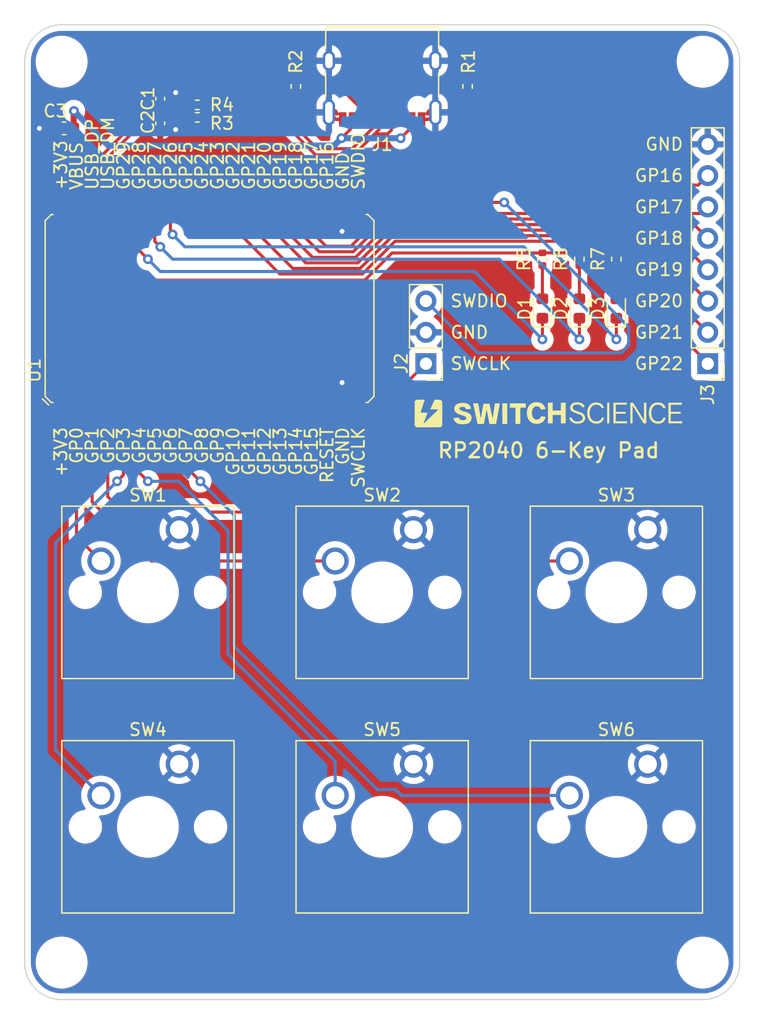
<source format=kicad_pcb>
(kicad_pcb (version 20211014) (generator pcbnew)
  (title_block (title "RP2040 6-Key Pad") (company "SwitchScience"))
  (layers (0 "F.Cu" signal) (31 "B.Cu" signal) (34 "B.Paste" user) (35 "F.Paste" user) (36 "B.SilkS" user "B.Silkscreen") (37 "F.SilkS" user "F.Silkscreen") (38 "B.Mask" user) (39 "F.Mask" user) (44 "Edge.Cuts" user))
  (net 0 "")
  (net 1 "USB_DP")
  (net 2 "GND")
  (net 3 "USB_DM")
  (net 4 "VBUS")
  (net 5 "Net-(J1-PadA5)")
  (net 7 "Net-(J1-PadB5)")
  (net 9 "Net-(D1-Pad1)")
  (net 10 "Net-(D2-Pad1)")
  (net 11 "Net-(D3-Pad1)")
  (net 12 "Net-(J1-PadA6)")
  (net 13 "Net-(J1-PadA7)")
  (net 14 "Net-(J3-Pad1)")
  (net 28 "Net-(J3-Pad2)")
  (net 29 "Net-(J3-Pad3)")
  (net 30 "Net-(D1-Pad2)")
  (net 31 "Net-(J3-Pad4)")
  (net 32 "Net-(D2-Pad2)")
  (net 33 "Net-(D3-Pad2)")
  (net 35 "SWCLK")
  (net 36 "SWDIO")
  (net 37 "Net-(J3-Pad5)")
  (net 38 "Net-(J3-Pad6)")
  (net 39 "Net-(J3-Pad7)")
  (net 40 "Net-(R5-Pad1)")
  (net 41 "Net-(SW1-Pad2)")
  (net 42 "Net-(SW2-Pad2)")
  (net 43 "Net-(SW3-Pad2)")
  (net 44 "Net-(SW4-Pad2)")
  (net 45 "Net-(SW5-Pad2)")
  (net 46 "Net-(SW6-Pad2)")
  (footprint "MountingHole:MountingHole_3.2mm_M3" (layer "F.Cu") (at 105 126)
    (fp_text reference "H4" hide)
    (fp_text value "MountingHole" hide)
    (pad "" np_thru_hole circle (at 0 0) (size 3.2 3.2) (drill 3.2) (layers *.Cu *.Mask))
  )
  (footprint "Button_Switch_Keyboard:SW_Cherry_MX_1.00u_PCB" (layer "F.Cu") (at 100.54 90.92)
    (fp_text reference "SW3" (at -2.54 -2.794) (layer "F.SilkS"))
    (fp_text value "SW_Push")
    (pad "" np_thru_hole circle (at -2.54 5.08) (size 4 4) (drill 4) (layers *.Cu *.Mask))
    (pad "" np_thru_hole circle (at -7.62 5.08) (size 1.7 1.7) (drill 1.7) (layers *.Cu *.Mask))
    (pad "" np_thru_hole circle (at 2.54 5.08) (size 1.7 1.7) (drill 1.7) (layers *.Cu *.Mask))
    (pad "1" thru_hole circle (at 0 0) (size 2.2 2.2) (drill 1.5) (layers *.Cu *.Mask) (net 2 "GND"))
    (pad "2" thru_hole circle (at -6.35 2.54) (size 2.2 2.2) (drill 1.5) (layers *.Cu *.Mask) (net 43 "Net-(SW3-Pad2)"))
  )
  (footprint "Resistor_SMD:R_0402_1005Metric" (layer "F.Cu") (at 95 69 -90)
    (fp_text reference "R6" (at 0 1.5 -90) (layer "F.SilkS"))
    (fp_text value "1k")
    (pad "1" smd roundrect (at -0.51 0 270) (size 0.54 0.64) (layers "F.Cu" "F.Paste" "F.Mask") (net 40 "Net-(R5-Pad1)"))
    (pad "2" smd roundrect (at 0.51 0 270) (size 0.54 0.64) (layers "F.Cu" "F.Paste" "F.Mask") (net 32 "Net-(D2-Pad2)"))
  )
  (footprint "Button_Switch_Keyboard:SW_Cherry_MX_1.00u_PCB" (layer "F.Cu") (at 81.54 90.92)
    (fp_text reference "SW2" (at -2.54 -2.794) (layer "F.SilkS"))
    (fp_text value "SW_Push")
    (pad "" np_thru_hole circle (at 2.54 5.08) (size 1.7 1.7) (drill 1.7) (layers *.Cu *.Mask))
    (pad "" np_thru_hole circle (at -2.54 5.08) (size 4 4) (drill 4) (layers *.Cu *.Mask))
    (pad "" np_thru_hole circle (at -7.62 5.08) (size 1.7 1.7) (drill 1.7) (layers *.Cu *.Mask))
    (pad "1" thru_hole circle (at 0 0) (size 2.2 2.2) (drill 1.5) (layers *.Cu *.Mask) (net 2 "GND"))
    (pad "2" thru_hole circle (at -6.35 2.54) (size 2.2 2.2) (drill 1.5) (layers *.Cu *.Mask) (net 42 "Net-(SW2-Pad2)"))
  )
  (footprint "MountingHole:MountingHole_3.2mm_M3" (layer "F.Cu") (at 105 53)
    (fp_text reference "H3" hide)
    (fp_text value "MountingHole" hide)
    (pad "" np_thru_hole circle (at 0 0) (size 3.2 3.2) (drill 3.2) (layers *.Cu *.Mask))
  )
  (footprint "Capacitor_SMD:C_0402_1005Metric" (layer "F.Cu") (at 61 56 90)
    (fp_text reference "C1" (at 0 -1 90) (layer "F.SilkS"))
    (fp_text value "18p")
    (pad "1" smd roundrect (at -0.48 0 90) (size 0.56 0.62) (layers "F.Cu" "F.Paste" "F.Mask") (net 1 "USB_DP"))
    (pad "2" smd roundrect (at 0.48 0 90) (size 0.56 0.62) (layers "F.Cu" "F.Paste" "F.Mask") (net 2 "GND"))
  )
  (footprint "Capacitor_SMD:C_0402_1005Metric" (layer "F.Cu") (at 61 58 -90)
    (fp_text reference "C2" (at -0.107836 1 -90) (layer "F.SilkS"))
    (fp_text value "18p")
    (pad "1" smd roundrect (at -0.48 0 270) (size 0.56 0.62) (layers "F.Cu" "F.Paste" "F.Mask") (net 3 "USB_DM"))
    (pad "2" smd roundrect (at 0.48 0 270) (size 0.56 0.62) (layers "F.Cu" "F.Paste" "F.Mask") (net 2 "GND"))
  )
  (footprint "Resistor_SMD:R_0402_1005Metric" (layer "F.Cu") (at 92 69 -90)
    (fp_text reference "R5" (at 0 1.5 -90) (layer "F.SilkS"))
    (fp_text value "1k")
    (pad "1" smd roundrect (at -0.51 0 270) (size 0.54 0.64) (layers "F.Cu" "F.Paste" "F.Mask") (net 40 "Net-(R5-Pad1)"))
    (pad "2" smd roundrect (at 0.51 0 270) (size 0.54 0.64) (layers "F.Cu" "F.Paste" "F.Mask") (net 30 "Net-(D1-Pad2)"))
  )
  (footprint "Connector_PinHeader_2.54mm:PinHeader_1x03_P2.54mm_Vertical" (layer "F.Cu") (at 82.55 77.47 180)
    (fp_text reference "J2" (at 2 0.025 90) (layer "F.SilkS"))
    (fp_text value "DNP")
    (pad "1" thru_hole rect (at 0 0 180) (size 1.7 1.7) (drill 1) (layers *.Cu *.Mask) (net 35 "SWCLK"))
    (pad "2" thru_hole oval (at 0 2.54 180) (size 1.7 1.7) (drill 1) (layers *.Cu *.Mask) (net 2 "GND"))
    (pad "3" thru_hole oval (at 0 5.08 180) (size 1.7 1.7) (drill 1) (layers *.Cu *.Mask) (net 36 "SWDIO"))
  )
  (footprint "LED_SMD:LED_0603_1608Metric" (layer "F.Cu") (at 98 73 90)
    (fp_text reference "D3" (at 0 -1.5 90) (layer "F.SilkS"))
    (fp_text value "G")
    (pad "1" smd roundrect (at -0.7875 0 90) (size 0.875 0.95) (layers "F.Cu" "F.Paste" "F.Mask") (net 11 "Net-(D3-Pad1)"))
    (pad "2" smd roundrect (at 0.7875 0 90) (size 0.875 0.95) (layers "F.Cu" "F.Paste" "F.Mask") (net 33 "Net-(D3-Pad2)"))
  )
  (footprint "Button_Switch_Keyboard:SW_Cherry_MX_1.00u_PCB" (layer "F.Cu") (at 81.54 109.92)
    (fp_text reference "SW5" (at -2.54 -2.794) (layer "F.SilkS"))
    (fp_text value "SW_Push")
    (pad "" np_thru_hole circle (at 2.54 5.08) (size 1.7 1.7) (drill 1.7) (layers *.Cu *.Mask))
    (pad "" np_thru_hole circle (at -2.54 5.08) (size 4 4) (drill 4) (layers *.Cu *.Mask))
    (pad "" np_thru_hole circle (at -7.62 5.08) (size 1.7 1.7) (drill 1.7) (layers *.Cu *.Mask))
    (pad "1" thru_hole circle (at 0 0) (size 2.2 2.2) (drill 1.5) (layers *.Cu *.Mask) (net 2 "GND"))
    (pad "2" thru_hole circle (at -6.35 2.54) (size 2.2 2.2) (drill 1.5) (layers *.Cu *.Mask) (net 45 "Net-(SW5-Pad2)"))
  )
  (footprint "Connector_PinHeader_2.54mm:PinHeader_1x08_P2.54mm_Vertical" (layer "F.Cu") (at 105.41 77.47 180)
    (fp_text reference "J3" (at 0 -2.5 90) (layer "F.SilkS"))
    (fp_text value "DNP")
    (pad "1" thru_hole rect (at 0 0 180) (size 1.7 1.7) (drill 1) (layers *.Cu *.Mask) (net 14 "Net-(J3-Pad1)"))
    (pad "2" thru_hole oval (at 0 2.54 180) (size 1.7 1.7) (drill 1) (layers *.Cu *.Mask) (net 28 "Net-(J3-Pad2)"))
    (pad "3" thru_hole oval (at 0 5.08 180) (size 1.7 1.7) (drill 1) (layers *.Cu *.Mask) (net 29 "Net-(J3-Pad3)"))
    (pad "4" thru_hole oval (at 0 7.62 180) (size 1.7 1.7) (drill 1) (layers *.Cu *.Mask) (net 31 "Net-(J3-Pad4)"))
    (pad "5" thru_hole oval (at 0 10.16 180) (size 1.7 1.7) (drill 1) (layers *.Cu *.Mask) (net 37 "Net-(J3-Pad5)"))
    (pad "6" thru_hole oval (at 0 12.7 180) (size 1.7 1.7) (drill 1) (layers *.Cu *.Mask) (net 38 "Net-(J3-Pad6)"))
    (pad "7" thru_hole oval (at 0 15.24 180) (size 1.7 1.7) (drill 1) (layers *.Cu *.Mask) (net 39 "Net-(J3-Pad7)"))
    (pad "8" thru_hole oval (at 0 17.78 180) (size 1.7 1.7) (drill 1) (layers *.Cu *.Mask) (net 2 "GND"))
  )
  (footprint "Connector_USB:USB_C_Receptacle_XKB_U262-16XN-4BVC11" (layer "F.Cu") (at 79 54 180)
    (fp_text reference "J1" (at 0 -5.715 180) (layer "F.SilkS"))
    (fp_text value "USB_C_Receptacle_USB2.0")
    (pad "" np_thru_hole circle (at -2.89 -2.605 180) (size 0.65 0.65) (drill 0.65) (layers *.Cu *.Mask))
    (pad "" np_thru_hole circle (at 2.89 -2.605 180) (size 0.65 0.65) (drill 0.65) (layers *.Cu *.Mask))
    (pad "A1" smd rect (at -3.35 -3.67 180) (size 0.3 1.15) (layers "F.Cu" "F.Paste" "F.Mask") (net 2 "GND"))
    (pad "A4" smd rect (at -2.55 -3.67 180) (size 0.3 1.15) (layers "F.Cu" "F.Paste" "F.Mask") (net 4 "VBUS"))
    (pad "A5" smd rect (at -1.25 -3.67 180) (size 0.3 1.15) (layers "F.Cu" "F.Paste" "F.Mask") (net 5 "Net-(J1-PadA5)"))
    (pad "A6" smd rect (at -0.25 -3.67 180) (size 0.3 1.15) (layers "F.Cu" "F.Paste" "F.Mask") (net 12 "Net-(J1-PadA6)"))
    (pad "A7" smd rect (at 0.25 -3.67 180) (size 0.3 1.15) (layers "F.Cu" "F.Paste" "F.Mask") (net 13 "Net-(J1-PadA7)"))
    (pad "A8" smd rect (at 1.25 -3.67 180) (size 0.3 1.15) (layers "F.Cu" "F.Paste" "F.Mask"))
    (pad "A9" smd rect (at 2.55 -3.67 180) (size 0.3 1.15) (layers "F.Cu" "F.Paste" "F.Mask") (net 4 "VBUS"))
    (pad "A12" smd rect (at 3.35 -3.67 180) (size 0.3 1.15) (layers "F.Cu" "F.Paste" "F.Mask") (net 2 "GND"))
    (pad "B1" smd rect (at 3.05 -3.67 180) (size 0.3 1.15) (layers "F.Cu" "F.Paste" "F.Mask") (net 2 "GND"))
    (pad "B4" smd rect (at 2.25 -3.67 180) (size 0.3 1.15) (layers "F.Cu" "F.Paste" "F.Mask") (net 4 "VBUS"))
    (pad "B5" smd rect (at 1.75 -3.67 180) (size 0.3 1.15) (layers "F.Cu" "F.Paste" "F.Mask") (net 7 "Net-(J1-PadB5)"))
    (pad "B6" smd rect (at 0.75 -3.67 180) (size 0.3 1.15) (layers "F.Cu" "F.Paste" "F.Mask") (net 12 "Net-(J1-PadA6)"))
    (pad "B7" smd rect (at -0.75 -3.67 180) (size 0.3 1.15) (layers "F.Cu" "F.Paste" "F.Mask") (net 13 "Net-(J1-PadA7)"))
    (pad "B8" smd rect (at -1.75 -3.67 180) (size 0.3 1.15) (layers "F.Cu" "F.Paste" "F.Mask"))
    (pad "B9" smd rect (at -2.25 -3.67 180) (size 0.3 1.15) (layers "F.Cu" "F.Paste" "F.Mask") (net 4 "VBUS"))
    (pad "B12" smd rect (at -3.05 -3.67 180) (size 0.3 1.15) (layers "F.Cu" "F.Paste" "F.Mask") (net 2 "GND"))
    (pad "S1" thru_hole oval (at 4.32 1.075 180) (size 1 1.6) (drill oval 0.6 1.2) (layers *.Cu *.Mask) (net 2 "GND"))
    (pad "S1" thru_hole oval (at 4.32 -3.105 180) (size 1 2.1) (drill oval 0.6 1.7) (layers *.Cu *.Mask) (net 2 "GND"))
    (pad "S1" thru_hole oval (at -4.32 1.075 180) (size 1 1.6) (drill oval 0.6 1.2) (layers *.Cu *.Mask) (net 2 "GND"))
    (pad "S1" thru_hole oval (at -4.32 -3.105 180) (size 1 2.1) (drill oval 0.6 1.7) (layers *.Cu *.Mask) (net 2 "GND"))
  )
  (footprint "Resistor_SMD:R_0402_1005Metric" (layer "F.Cu") (at 72 55 -90)
    (fp_text reference "R2" (at -2 0 90) (layer "F.SilkS"))
    (fp_text value "5.1k")
    (pad "1" smd roundrect (at -0.51 0 270) (size 0.54 0.64) (layers "F.Cu" "F.Paste" "F.Mask") (net 2 "GND"))
    (pad "2" smd roundrect (at 0.51 0 270) (size 0.54 0.64) (layers "F.Cu" "F.Paste" "F.Mask") (net 7 "Net-(J1-PadB5)"))
  )
  (footprint "MountingHole:MountingHole_3.2mm_M3" (layer "F.Cu") (at 53 53)
    (fp_text reference "H1" hide)
    (fp_text value "MountingHole" hide)
    (pad "" np_thru_hole circle (at 0 0) (size 3.2 3.2) (drill 3.2) (layers *.Cu *.Mask))
  )
  (footprint "Resistor_SMD:R_0402_1005Metric" (layer "F.Cu") (at 98 69 -90)
    (fp_text reference "R7" (at 0 1.5 -90) (layer "F.SilkS"))
    (fp_text value "1k")
    (pad "1" smd roundrect (at -0.51 0 270) (size 0.54 0.64) (layers "F.Cu" "F.Paste" "F.Mask") (net 40 "Net-(R5-Pad1)"))
    (pad "2" smd roundrect (at 0.51 0 270) (size 0.54 0.64) (layers "F.Cu" "F.Paste" "F.Mask") (net 33 "Net-(D3-Pad2)"))
  )
  (footprint "LED_SMD:LED_0603_1608Metric" (layer "F.Cu") (at 95 73 90)
    (fp_text reference "D2" (at 0 -1.5 90) (layer "F.SilkS"))
    (fp_text value "G")
    (pad "1" smd roundrect (at -0.7875 0 90) (size 0.875 0.95) (layers "F.Cu" "F.Paste" "F.Mask") (net 10 "Net-(D2-Pad1)"))
    (pad "2" smd roundrect (at 0.7875 0 90) (size 0.875 0.95) (layers "F.Cu" "F.Paste" "F.Mask") (net 32 "Net-(D2-Pad2)"))
  )
  (footprint "Button_Switch_Keyboard:SW_Cherry_MX_1.00u_PCB" (layer "F.Cu") (at 100.54 109.92)
    (fp_text reference "SW6" (at -2.54 -2.794) (layer "F.SilkS"))
    (fp_text value "SW_Push")
    (pad "" np_thru_hole circle (at -2.54 5.08) (size 4 4) (drill 4) (layers *.Cu *.Mask))
    (pad "" np_thru_hole circle (at 2.54 5.08) (size 1.7 1.7) (drill 1.7) (layers *.Cu *.Mask))
    (pad "" np_thru_hole circle (at -7.62 5.08) (size 1.7 1.7) (drill 1.7) (layers *.Cu *.Mask))
    (pad "1" thru_hole circle (at 0 0) (size 2.2 2.2) (drill 1.5) (layers *.Cu *.Mask) (net 2 "GND"))
    (pad "2" thru_hole circle (at -6.35 2.54) (size 2.2 2.2) (drill 1.5) (layers *.Cu *.Mask) (net 46 "Net-(SW6-Pad2)"))
  )
  (footprint "Resistor_SMD:R_0402_1005Metric" (layer "F.Cu") (at 85.93 55 -90)
    (fp_text reference "R1" (at -2 -0.07 90) (layer "F.SilkS"))
    (fp_text value "5.1k")
    (pad "1" smd roundrect (at -0.51 0 270) (size 0.54 0.64) (layers "F.Cu" "F.Paste" "F.Mask") (net 2 "GND"))
    (pad "2" smd roundrect (at 0.51 0 270) (size 0.54 0.64) (layers "F.Cu" "F.Paste" "F.Mask") (net 5 "Net-(J1-PadA5)"))
  )
  (footprint "Resistor_SMD:R_0402_1005Metric" (layer "F.Cu") (at 64 57.51)
    (fp_text reference "R3" (at 2 0.49) (layer "F.SilkS"))
    (fp_text value "33")
    (pad "1" smd roundrect (at -0.51 0) (size 0.54 0.64) (layers "F.Cu" "F.Paste" "F.Mask") (net 3 "USB_DM"))
    (pad "2" smd roundrect (at 0.51 0) (size 0.54 0.64) (layers "F.Cu" "F.Paste" "F.Mask") (net 13 "Net-(J1-PadA7)"))
  )
  (footprint "LED_SMD:LED_0603_1608Metric" (layer "F.Cu") (at 92 73 90)
    (fp_text reference "D1" (at 0 -1.43 90) (layer "F.SilkS"))
    (fp_text value "G")
    (pad "1" smd roundrect (at -0.7875 0 90) (size 0.875 0.95) (layers "F.Cu" "F.Paste" "F.Mask") (net 9 "Net-(D1-Pad1)"))
    (pad "2" smd roundrect (at 0.7875 0 90) (size 0.875 0.95) (layers "F.Cu" "F.Paste" "F.Mask") (net 30 "Net-(D1-Pad2)"))
  )
  (footprint "SwitchScience:RP2040_Breakout" (layer "F.Cu") (at 65 73 90)
    (fp_text reference "U1" (at -5 -14.224 90 unlocked) (layer "F.SilkS"))
    (fp_text value "RP2040_breakout")
    (fp_text user "GP13" (at -9.525 5.715 90) (layer "F.SilkS") (effects (justify right)))
    (fp_text user "GP10" (at -9.525 1.905 90) (layer "F.SilkS") (effects (justify right)))
    (fp_text user "GP23" (at 9.525 0.635 90) (layer "F.SilkS") (effects (justify left)))
    (fp_text user "GP18" (at 9.525 6.985 90) (layer "F.SilkS") (effects (justify left)))
    (fp_text user "GP6" (at -9.525 -3.175 90) (layer "F.SilkS") (effects (justify right)))
    (fp_text user "GP25" (at 9.525 -1.905 90) (layer "F.SilkS") (effects (justify left)))
    (fp_text user "GP0" (at -9.525 -10.795 90) (layer "F.SilkS") (effects (justify right)))
    (fp_text user "GP3" (at -9.525 -6.985 90) (layer "F.SilkS") (effects (justify right)))
    (fp_text user "GP15" (at -9.525 8.255 90) (layer "F.SilkS") (effects (justify right)))
    (fp_text user "USB_DM" (at 9.525 -8.255 90) (layer "F.SilkS") (effects (justify left)))
    (fp_text user "GP9" (at -9.525 0.635 90) (layer "F.SilkS") (effects (justify right)))
    (fp_text user "SWDIO" (at 9.525 12.065 90) (layer "F.SilkS") (effects (justify left)))
    (fp_text user "GP1" (at -9.525 -9.525 90) (layer "F.SilkS") (effects (justify right)))
    (fp_text user "GP29" (at 9.525 -6.985 90) (layer "F.SilkS") (effects (justify left)))
    (fp_text user "GP24" (at 9.525 -0.635 90) (layer "F.SilkS") (effects (justify left)))
    (fp_text user "GP26" (at 9.525 -3.175 90) (layer "F.SilkS") (effects (justify left)))
    (fp_text user "GP28" (at 9.525 -5.715 90) (layer "F.SilkS") (effects (justify left)))
    (fp_text user "GP8" (at -9.525 -0.635 90) (layer "F.SilkS") (effects (justify right)))
    (fp_text user "GP11" (at -9.525 3.175 90) (layer "F.SilkS") (effects (justify right)))
    (fp_text user "GP2" (at -9.525 -8.255 90) (layer "F.SilkS") (effects (justify right)))
    (fp_text user "GP12" (at -9.525 4.445 90) (layer "F.SilkS") (effects (justify right)))
    (fp_text user "GP16" (at 9.5 9.525 90) (layer "F.SilkS") (effects (justify left)))
    (fp_text user "GND" (at 9.525 10.795 90) (layer "F.SilkS") (effects (justify left)))
    (fp_text user "GP21" (at 9.525 3.175 90) (layer "F.SilkS") (effects (justify left)))
    (fp_text user "GP5" (at -9.525 -4.445 90) (layer "F.SilkS") (effects (justify right)))
    (fp_text user "VBUS" (at 9.525 -10.795 90) (layer "F.SilkS") (effects (justify left)))
    (fp_text user "+3V3" (at -9.525 -12.065 90) (layer "F.SilkS") (effects (justify right)))
    (fp_text user "GP20" (at 9.525 4.445 90) (layer "F.SilkS") (effects (justify left)))
    (fp_text user "GP7" (at -9.525 -1.905 90) (layer "F.SilkS") (effects (justify right)))
    (fp_text user "SWCLK" (at -9.525 12.065 90) (layer "F.SilkS") (effects (justify right)))
    (fp_text user "GP14" (at -9.525 6.985 90) (layer "F.SilkS") (effects (justify right)))
    (fp_text user "USB_DP" (at 9.525 -9.525 90) (layer "F.SilkS") (effects (justify left)))
    (fp_text user "RESET" (at -9.525 9.525 90) (layer "F.SilkS") (effects (justify right)))
    (fp_text user "GP19" (at 9.525 5.715 90) (layer "F.SilkS") (effects (justify left)))
    (fp_text user "GP4" (at -9.525 -5.715 90) (layer "F.SilkS") (effects (justify right)))
    (fp_text user "GND" (at -9.525 10.795 90) (layer "F.SilkS") (effects (justify right)))
    (fp_text user "GP27" (at 9.525 -4.445 90) (layer "F.SilkS") (effects (justify left)))
    (fp_text user "GP22" (at 9.525 1.905 90) (layer "F.SilkS") (effects (justify left)))
    (fp_text user "GP17" (at 9.525 8.255 90) (layer "F.SilkS") (effects (justify left)))
    (fp_text user "+3V3" (at 9.525 -12.065 90) (layer "F.SilkS") (effects (justify left)))
    (pad "1" smd roundrect (at -8.128 -12.065 90) (size 2.1 1.02) (layers "F.Cu" "F.Paste" "F.Mask") (net 40 "Net-(R5-Pad1)"))
    (pad "2" smd roundrect (at -8.128 -10.795 90) (size 2.1 1.02) (layers "F.Cu" "F.Paste" "F.Mask") (net 41 "Net-(SW1-Pad2)"))
    (pad "3" smd roundrect (at -8.128 -9.525 90) (size 2.1 1.02) (layers "F.Cu" "F.Paste" "F.Mask") (net 42 "Net-(SW2-Pad2)"))
    (pad "4" smd roundrect (at -8.128 -8.255 90) (size 2.1 1.02) (layers "F.Cu" "F.Paste" "F.Mask") (net 43 "Net-(SW3-Pad2)"))
    (pad "5" smd roundrect (at -8.128 -6.985 90) (size 2.1 1.02) (layers "F.Cu" "F.Paste" "F.Mask") (net 44 "Net-(SW4-Pad2)"))
    (pad "6" smd roundrect (at -8.128 -5.715 90) (size 2.1 1.02) (layers "F.Cu" "F.Paste" "F.Mask") (net 45 "Net-(SW5-Pad2)"))
    (pad "7" smd roundrect (at -8.128 -4.445 90) (size 2.1 1.02) (layers "F.Cu" "F.Paste" "F.Mask") (net 46 "Net-(SW6-Pad2)"))
    (pad "8" smd roundrect (at -8.128 -3.175 90) (size 2.1 1.02) (layers "F.Cu" "F.Paste" "F.Mask"))
    (pad "9" smd roundrect (at -8.128 -1.905 90) (size 2.1 1.02) (layers "F.Cu" "F.Paste" "F.Mask"))
    (pad "10" smd roundrect (at -8.128 -0.635 90) (size 2.1 1.02) (layers "F.Cu" "F.Paste" "F.Mask"))
    (pad "11" smd roundrect (at -8.128 0.635 90) (size 2.1 1.02) (layers "F.Cu" "F.Paste" "F.Mask"))
    (pad "12" smd roundrect (at -8.128 1.905 90) (size 2.1 1.02) (layers "F.Cu" "F.Paste" "F.Mask"))
    (pad "13" smd roundrect (at -8.128 3.175 90) (size 2.1 1.02) (layers "F.Cu" "F.Paste" "F.Mask"))
    (pad "14" smd roundrect (at -8.128 4.445 90) (size 2.1 1.02) (layers "F.Cu" "F.Paste" "F.Mask"))
    (pad "15" smd roundrect (at -8.128 5.715 90) (size 2.1 1.02) (layers "F.Cu" "F.Paste" "F.Mask"))
    (pad "16" smd roundrect (at -8.128 6.985 90) (size 2.1 1.02) (layers "F.Cu" "F.Paste" "F.Mask"))
    (pad "17" smd roundrect (at -8.128 8.255 90) (size 2.1 1.02) (layers "F.Cu" "F.Paste" "F.Mask"))
    (pad "18" smd roundrect (at -8.128 9.525 90) (size 2.1 1.02) (layers "F.Cu" "F.Paste" "F.Mask"))
    (pad "19" smd roundrect (at -8.128 10.795 90) (size 2.1 1.02) (layers "F.Cu" "F.Paste" "F.Mask") (net 2 "GND"))
    (pad "20" smd roundrect (at -8.128 12.065 90) (size 2.1 1.02) (layers "F.Cu" "F.Paste" "F.Mask") (net 35 "SWCLK"))
    (pad "21" smd roundrect (at 8.128 12.065 90) (size 2.1 1.02) (layers "F.Cu" "F.Paste" "F.Mask") (net 36 "SWDIO"))
    (pad "22" smd roundrect (at 8.128 10.795 90) (size 2.1 1.02) (layers "F.Cu" "F.Paste" "F.Mask") (net 2 "GND"))
    (pad "23" smd roundrect (at 8.128 9.525 90) (size 2.1 1.02) (layers "F.Cu" "F.Paste" "F.Mask") (net 39 "Net-(J3-Pad7)"))
    (pad "24" smd roundrect (at 8.128 8.255 90) (size 2.1 1.02) (layers "F.Cu" "F.Paste" "F.Mask") (net 38 "Net-(J3-Pad6)"))
    (pad "25" smd roundrect (at 8.128 6.985 90) (size 2.1 1.02) (layers "F.Cu" "F.Paste" "F.Mask") (net 37 "Net-(J3-Pad5)"))
    (pad "26" smd roundrect (at 8.128 5.715 90) (size 2.1 1.02) (layers "F.Cu" "F.Paste" "F.Mask") (net 31 "Net-(J3-Pad4)"))
    (pad "27" smd roundrect (at 8.128 4.445 90) (size 2.1 1.02) (layers "F.Cu" "F.Paste" "F.Mask") (net 29 "Net-(J3-Pad3)"))
    (pad "28" smd roundrect (at 8.128 3.175 90) (size 2.1 1.02) (layers "F.Cu" "F.Paste" "F.Mask") (net 28 "Net-(J3-Pad2)"))
    (pad "29" smd roundrect (at 8.128 1.905 90) (size 2.1 1.02) (layers "F.Cu" "F.Paste" "F.Mask") (net 14 "Net-(J3-Pad1)"))
    (pad "30" smd roundrect (at 8.128 0.635 90) (size 2.1 1.02) (layers "F.Cu" "F.Paste" "F.Mask"))
    (pad "31" smd roundrect (at 8.128 -0.635 90) (size 2.1 1.02) (layers "F.Cu" "F.Paste" "F.Mask"))
    (pad "32" smd roundrect (at 8.128 -1.905 90) (size 2.1 1.02) (layers "F.Cu" "F.Paste" "F.Mask"))
    (pad "33" smd roundrect (at 8.128 -3.175 90) (size 2.1 1.02) (layers "F.Cu" "F.Paste" "F.Mask") (net 11 "Net-(D3-Pad1)"))
    (pad "34" smd roundrect (at 8.128 -4.445 90) (size 2.1 1.02) (layers "F.Cu" "F.Paste" "F.Mask") (net 10 "Net-(D2-Pad1)"))
    (pad "35" smd roundrect (at 8.128 -5.715 90) (size 2.1 1.02) (layers "F.Cu" "F.Paste" "F.Mask") (net 9 "Net-(D1-Pad1)"))
    (pad "36" smd roundrect (at 8.128 -6.985 90) (size 2.1 1.02) (layers "F.Cu" "F.Paste" "F.Mask"))
    (pad "37" smd roundrect (at 8.128 -8.255 90) (size 2.1 1.02) (layers "F.Cu" "F.Paste" "F.Mask") (net 3 "USB_DM"))
    (pad "38" smd roundrect (at 8.128 -9.525 90) (size 2.1 1.02) (layers "F.Cu" "F.Paste" "F.Mask") (net 1 "USB_DP"))
    (pad "39" smd roundrect (at 8.128 -10.795 90) (size 2.1 1.02) (layers "F.Cu" "F.Paste" "F.Mask") (net 4 "VBUS"))
    (pad "40" smd roundrect (at 8.128 -12.065 90) (size 2.1 1.02) (layers "F.Cu" "F.Paste" "F.Mask") (net 40 "Net-(R5-Pad1)"))
  )
  (footprint "Button_Switch_Keyboard:SW_Cherry_MX_1.00u_PCB" (layer "F.Cu") (at 62.54 109.92)
    (fp_text reference "SW4" (at -2.54 -2.794) (layer "F.SilkS"))
    (fp_text value "SW_Push")
    (pad "" np_thru_hole circle (at -2.54 5.08) (size 4 4) (drill 4) (layers *.Cu *.Mask))
    (pad "" np_thru_hole circle (at -7.62 5.08) (size 1.7 1.7) (drill 1.7) (layers *.Cu *.Mask))
    (pad "" np_thru_hole circle (at 2.54 5.08) (size 1.7 1.7) (drill 1.7) (layers *.Cu *.Mask))
    (pad "1" thru_hole circle (at 0 0) (size 2.2 2.2) (drill 1.5) (layers *.Cu *.Mask) (net 2 "GND"))
    (pad "2" thru_hole circle (at -6.35 2.54) (size 2.2 2.2) (drill 1.5) (layers *.Cu *.Mask) (net 44 "Net-(SW4-Pad2)"))
  )
  (footprint "SwitchScience:SwitchScienceLogo" (layer "F.Cu") (at 92.5 81.5)
    (fp_text reference "G***" hide)
    (fp_text value "LOGO" hide)
  )
  (footprint "MountingHole:MountingHole_3.2mm_M3" (layer "F.Cu") (at 53 126)
    (fp_text reference "H2" hide)
    (fp_text value "MountingHole" hide)
    (pad "" np_thru_hole circle (at 0 0) (size 3.2 3.2) (drill 3.2) (layers *.Cu *.Mask))
  )
  (footprint "Button_Switch_Keyboard:SW_Cherry_MX_1.00u_PCB" (layer "F.Cu") (at 62.54 90.92)
    (fp_text reference "SW1" (at -2.54 -2.794) (layer "F.SilkS"))
    (fp_text value "SW_Push")
    (pad "" np_thru_hole circle (at 2.54 5.08) (size 1.7 1.7) (drill 1.7) (layers *.Cu *.Mask))
    (pad "" np_thru_hole circle (at -2.54 5.08) (size 4 4) (drill 4) (layers *.Cu *.Mask))
    (pad "" np_thru_hole circle (at -7.62 5.08) (size 1.7 1.7) (drill 1.7) (layers *.Cu *.Mask))
    (pad "1" thru_hole circle (at 0 0) (size 2.2 2.2) (drill 1.5) (layers *.Cu *.Mask) (net 2 "GND"))
    (pad "2" thru_hole circle (at -6.35 2.54) (size 2.2 2.2) (drill 1.5) (layers *.Cu *.Mask) (net 41 "Net-(SW1-Pad2)"))
  )
  (footprint "Capacitor_SMD:C_0603_1608Metric" (layer "F.Cu") (at 53.2 58.4 180)
    (fp_text reference "C3" (at 0.7 1.4) (layer "F.SilkS"))
    (fp_text value "1u")
    (pad "1" smd roundrect (at -0.775 0 180) (size 0.9 0.95) (layers "F.Cu" "F.Paste" "F.Mask") (net 4 "VBUS"))
    (pad "2" smd roundrect (at 0.775 0 180) (size 0.9 0.95) (layers "F.Cu" "F.Paste" "F.Mask") (net 2 "GND"))
  )
  (footprint "Resistor_SMD:R_0402_1005Metric" (layer "F.Cu") (at 64 56.5)
    (fp_text reference "R4" (at 2 0) (layer "F.SilkS"))
    (fp_text value "33")
    (pad "1" smd roundrect (at -0.51 0) (size 0.54 0.64) (layers "F.Cu" "F.Paste" "F.Mask") (net 1 "USB_DP"))
    (pad "2" smd roundrect (at 0.51 0) (size 0.54 0.64) (layers "F.Cu" "F.Paste" "F.Mask") (net 12 "Net-(J1-PadA6)"))
  )
  (gr_line (start 50 53) (end 50 126) (layer "Edge.Cuts") (width 0.1))
  (gr_line (start 53 129) (end 105 129) (layer "Edge.Cuts") (width 0.1))
  (gr_arc (start 50 53) (mid 50.87868 50.87868) (end 53 50) (layer "Edge.Cuts") (width 0.1))
  (gr_arc (start 108 126) (mid 107.12132 128.12132) (end 105 129) (layer "Edge.Cuts") (width 0.1))
  (gr_line (start 105 50) (end 53 50) (layer "Edge.Cuts") (width 0.1))
  (gr_arc (start 53 129) (mid 50.87868 128.12132) (end 50 126) (layer "Edge.Cuts") (width 0.1))
  (gr_arc (start 105 50) (mid 107.12132 50.87868) (end 108 53) (layer "Edge.Cuts") (width 0.1))
  (gr_line (start 108 126) (end 108 53) (layer "Edge.Cuts") (width 0.1))
  (gr_text "GP21" (at 103.505 74.93) (layer "F.SilkS") (effects (font (size 1 1)) (justify right)))
  (gr_text "GND" (at 103.505 59.69) (layer "F.SilkS") (effects (font (size 1 1)) (justify right)))
  (gr_text "GND" (at 84.455 74.93) (layer "F.SilkS") (effects (font (size 1 1)) (justify left)))
  (gr_text "GP18" (at 103.505 67.31) (layer "F.SilkS") (effects (font (size 1 1)) (justify right)))
  (gr_text "SWCLK" (at 84.455 77.47) (layer "F.SilkS") (effects (font (size 1 1)) (justify left)))
  (gr_text "GP22" (at 103.505 77.47) (layer "F.SilkS") (effects (font (size 1 1)) (justify right)))
  (gr_text "GP17" (at 103.505 64.77) (layer "F.SilkS") (effects (font (size 1 1)) (justify right)))
  (gr_text "SWDIO" (at 84.455 72.39) (layer "F.SilkS") (effects (font (size 1 1)) (justify left)))
  (gr_text "RP2040 6-Key Pad" (at 92.5 84.5) (layer "F.SilkS") (effects (font (size 1.2 1.2) (thickness 0.2))))
  (gr_text "GP20" (at 103.505 72.39) (layer "F.SilkS") (effects (font (size 1 1)) (justify right)))
  (gr_text "GP19" (at 103.505 69.85) (layer "F.SilkS") (effects (font (size 1 1)) (justify right)))
  (gr_text "GP16" (at 103.505 62.23) (layer "F.SilkS") (effects (font (size 1 1)) (justify right)))
  (segment (start 60.68 56.8) (end 60.06431 56.8) (width 0.25) (layer "F.Cu") (net 1))
  (segment (start 61.326624 56.8) (end 63.19 56.8) (width 0.25) (layer "F.Cu") (net 1))
  (segment (start 61 56.48) (end 60.68 56.8) (width 0.25) (layer "F.Cu") (net 1))
  (segment (start 55.9 63.45) (end 55.475 63.875) (width 0.25) (layer "F.Cu") (net 1))
  (segment (start 63.19 56.8) (end 63.49 56.5) (width 0.25) (layer "F.Cu") (net 1))
  (segment (start 55.9 60.96431) (end 55.9 63.45) (width 0.25) (layer "F.Cu") (net 1))
  (segment (start 60.06431 56.8) (end 55.9 60.96431) (width 0.25) (layer "F.Cu") (net 1))
  (segment (start 61.006624 56.48) (end 61.326624 56.8) (width 0.25) (layer "F.Cu") (net 1))
  (segment (start 55.475 63.875) (end 55.475 64.872) (width 0.25) (layer "F.Cu") (net 1))
  (segment (start 61 56.48) (end 61.006624 56.48) (width 0.25) (layer "F.Cu") (net 1))
  (segment (start 75.65 57.67) (end 75.245 57.67) (width 0.25) (layer "F.Cu") (net 2))
  (segment (start 82.35 57.67) (end 82.755 57.67) (width 0.25) (layer "F.Cu") (net 2))
  (segment (start 82.755 57.67) (end 83.32 57.105) (width 0.25) (layer "F.Cu") (net 2))
  (segment (start 75.245 57.67) (end 74.68 57.105) (width 0.25) (layer "F.Cu") (net 2))
  (via (at 62.25 55.5) (size 0.8) (drill 0.4) (layers "F.Cu" "B.Cu") (net 2))
  (via (at 75.75 79) (size 0.8) (drill 0.4) (layers "F.Cu" "B.Cu") (net 2))
  (via (at 62.25 58.5) (size 0.8) (drill 0.4) (layers "F.Cu" "B.Cu") (net 2))
  (via (at 51.2 58.4) (size 0.8) (drill 0.4) (layers "F.Cu" "B.Cu") (net 2))
  (via (at 75.75 66.75) (size 0.8) (drill 0.4) (layers "F.Cu" "B.Cu") (net 2))
  (segment (start 61 57.52) (end 60.73 57.25) (width 0.25) (layer "F.Cu") (net 3))
  (segment (start 63.229501 57.249501) (end 61.270499 57.249501) (width 0.25) (layer "F.Cu") (net 3))
  (segment (start 56.349501 63.449501) (end 56.745 63.845) (width 0.25) (layer "F.Cu") (net 3))
  (segment (start 61.270499 57.249501) (end 61 57.52) (width 0.25) (layer "F.Cu") (net 3))
  (segment (start 56.745 63.845) (end 56.745 64.872) (width 0.25) (layer "F.Cu") (net 3))
  (segment (start 56.349501 61.150499) (end 56.349501 63.449501) (width 0.25) (layer "F.Cu") (net 3))
  (segment (start 60.25 57.25) (end 56.349501 61.150499) (width 0.25) (layer "F.Cu") (net 3))
  (segment (start 63.49 57.51) (end 63.229501 57.249501) (width 0.25) (layer "F.Cu") (net 3))
  (segment (start 60.73 57.25) (end 60.25 57.25) (width 0.25) (layer "F.Cu") (net 3))
  (segment (start 54.205 59.605) (end 53.975 59.375) (width 0.5) (layer "F.Cu") (net 4))
  (segment (start 76.45 58.449998) (end 75.699998 59.2) (width 0.25) (layer "F.Cu") (net 4))
  (segment (start 81.25 57.67) (end 81.25 58.45) (width 0.25) (layer "F.Cu") (net 4))
  (segment (start 81.25 58.45) (end 80.499999 59.200001) (width 0.25) (layer "F.Cu") (net 4))
  (segment (start 76.45 57.67) (end 76.45 58.449998) (width 0.25) (layer "F.Cu") (net 4))
  (segment (start 53.975 57.025) (end 54 57) (width 0.5) (layer "F.Cu") (net 4))
  (segment (start 54.205 64.872) (end 54.205 59.605) (width 0.5) (layer "F.Cu") (net 4))
  (segment (start 53.975 59.375) (end 53.975 58.4) (width 0.5) (layer "F.Cu") (net 4))
  (segment (start 53.975 58.4) (end 53.975 57.025) (width 0.5) (layer "F.Cu") (net 4))
  (via (at 80.499999 59.200001) (size 0.8) (drill 0.4) (layers "F.Cu" "B.Cu") (net 4))
  (via (at 75.699998 59.2) (size 0.8) (drill 0.4) (layers "F.Cu" "B.Cu") (net 4))
  (via (at 54 57) (size 0.8) (drill 0.4) (layers "F.Cu" "B.Cu") (net 4))
  (segment (start 56.8 59.8) (end 54 57) (width 0.5) (layer "B.Cu") (net 4))
  (segment (start 75.699998 59.2) (end 75.099998 59.8) (width 0.5) (layer "B.Cu") (net 4))
  (segment (start 75.699998 59.2) (end 80.499999 59.200001) (width 0.5) (layer "B.Cu") (net 4))
  (segment (start 75.099998 59.8) (end 56.8 59.8) (width 0.5) (layer "B.Cu") (net 4))
  (segment (start 80.25 56.75) (end 81.49 55.51) (width 0.25) (layer "F.Cu") (net 5))
  (segment (start 81.49 55.51) (end 85.93 55.51) (width 0.25) (layer "F.Cu") (net 5))
  (segment (start 80.25 57.67) (end 80.25 56.75) (width 0.25) (layer "F.Cu") (net 5))
  (segment (start 77.25 56.755049) (end 77.25 57.67) (width 0.25) (layer "F.Cu") (net 7))
  (segment (start 76.004951 55.51) (end 77.25 56.755049) (width 0.25) (layer "F.Cu") (net 7))
  (segment (start 72 55.51) (end 76.004951 55.51) (width 0.25) (layer "F.Cu") (net 7))
  (segment (start 92 75.5) (end 92 73.7875) (width 0.25) (layer "F.Cu") (net 9))
  (segment (start 59.285 64.872) (end 59.285 68.285) (width 0.25) (layer "F.Cu") (net 9))
  (segment (start 59.285 68.285) (end 59.999999 68.999999) (width 0.25) (layer "F.Cu") (net 9))
  (via (at 59.999999 68.999999) (size 0.8) (drill 0.4) (layers "F.Cu" "B.Cu") (net 9))
  (via (at 92 75.5) (size 0.8) (drill 0.4) (layers "F.Cu" "B.Cu") (net 9))
  (segment (start 92 75.5) (end 86.5 70) (width 0.25) (layer "B.Cu") (net 9))
  (segment (start 86.5 70) (end 61 70) (width 0.25) (layer "B.Cu") (net 9))
  (segment (start 61 70) (end 59.999999 68.999999) (width 0.25) (layer "B.Cu") (net 9))
  (segment (start 95 75.5) (end 95 73.7875) (width 0.25) (layer "F.Cu") (net 10))
  (segment (start 60.555 67.555) (end 61 68) (width 0.25) (layer "F.Cu") (net 10))
  (segment (start 60.555 64.872) (end 60.555 67.555) (width 0.25) (layer "F.Cu") (net 10))
  (via (at 95 75.5) (size 0.8) (drill 0.4) (layers "F.Cu" "B.Cu") (net 10))
  (via (at 61 68) (size 0.8) (drill 0.4) (layers "F.Cu" "B.Cu") (net 10))
  (segment (start 88.5 69) (end 62 69) (width 0.25) (layer "B.Cu") (net 10))
  (segment (start 62 69) (end 61 68) (width 0.25) (layer "B.Cu") (net 10))
  (segment (start 95 75.5) (end 88.5 69) (width 0.25) (layer "B.Cu") (net 10))
  (segment (start 98 75.5) (end 98 73.7875) (width 0.25) (layer "F.Cu") (net 11))
  (segment (start 61.825 66.825) (end 62 67) (width 0.25) (layer "F.Cu") (net 11))
  (segment (start 61.825 64.872) (end 61.825 66.825) (width 0.25) (layer "F.Cu") (net 11))
  (via (at 98 75.5) (size 0.8) (drill 0.4) (layers "F.Cu" "B.Cu") (net 11))
  (via (at 62 67) (size 0.8) (drill 0.4) (layers "F.Cu" "B.Cu") (net 11))
  (segment (start 90.5 68) (end 63 68) (width 0.25) (layer "B.Cu") (net 11))
  (segment (start 98 75.5) (end 90.5 68) (width 0.25) (layer "B.Cu") (net 11))
  (segment (start 63 68) (end 62 67) (width 0.25) (layer "B.Cu") (net 11))
  (segment (start 78.25 56.75) (end 78.5 56.5) (width 0.25) (layer "F.Cu") (net 12))
  (segment (start 78.5 56.5) (end 78.955 56.5) (width 0.25) (layer "F.Cu") (net 12))
  (segment (start 78.25 57.67) (end 78.25 56.75) (width 0.25) (layer "F.Cu") (net 12))
  (segment (start 70.48569 56.8) (end 73.73569 60.05) (width 0.25) (layer "F.Cu") (net 12))
  (segment (start 78.955 56.5) (end 79.25 56.795) (width 0.25) (layer "F.Cu") (net 12))
  (segment (start 64.51 56.5) (end 64.51 56.56) (width 0.25) (layer "F.Cu") (net 12))
  (segment (start 79.25 56.795) (end 79.25 57.67) (width 0.25) (layer "F.Cu") (net 12))
  (segment (start 64.51 56.56) (end 64.75 56.8) (width 0.25) (layer "F.Cu") (net 12))
  (segment (start 76.56431 60.05) (end 78.25 58.36431) (width 0.25) (layer "F.Cu") (net 12))
  (segment (start 64.75 56.8) (end 70.48569 56.8) (width 0.25) (layer "F.Cu") (net 12))
  (segment (start 78.25 58.36431) (end 78.25 57.67) (width 0.25) (layer "F.Cu") (net 12))
  (segment (start 73.73569 60.05) (end 76.56431 60.05) (width 0.25) (layer "F.Cu") (net 12))
  (segment (start 79.1 58.85) (end 78.4 58.85) (width 0.25) (layer "F.Cu") (net 13))
  (segment (start 70.299501 57.249501) (end 73.6 60.55) (width 0.25) (layer "F.Cu") (net 13))
  (segment (start 79.75 57.67) (end 79.75 58.545) (width 0.25) (layer "F.Cu") (net 13))
  (segment (start 64.51 57.51) (end 64.770499 57.249501) (width 0.25) (layer "F.Cu") (net 13))
  (segment (start 64.770499 57.249501) (end 70.299501 57.249501) (width 0.25) (layer "F.Cu") (net 13))
  (segment (start 78.75 58.5) (end 78.75 57.67) (width 0.25) (layer "F.Cu") (net 13))
  (segment (start 78.375 58.875) (end 78.75 58.5) (width 0.25) (layer "F.Cu") (net 13))
  (segment (start 78.4 58.85) (end 78.375 58.875) (width 0.25) (layer "F.Cu") (net 13))
  (segment (start 79.445 58.85) (end 79.1 58.85) (width 0.25) (layer "F.Cu") (net 13))
  (segment (start 76.7 60.55) (end 78.375 58.875) (width 0.25) (layer "F.Cu") (net 13))
  (segment (start 79.75 58.545) (end 79.445 58.85) (width 0.25) (layer "F.Cu") (net 13))
  (segment (start 73.6 60.55) (end 76.7 60.55) (width 0.25) (layer "F.Cu") (net 13))
  (segment (start 77.4 70.2) (end 70.7 70.2) (width 0.25) (layer "F.Cu") (net 14))
  (segment (start 101.028043 67.547505) (end 80.052495 67.547505) (width 0.25) (layer "F.Cu") (net 14))
  (segment (start 70.7 70.2) (end 66.905 66.405) (width 0.25) (layer "F.Cu") (net 14))
  (segment (start 80.052495 67.547505) (end 77.4 70.2) (width 0.25) (layer "F.Cu") (net 14))
  (segment (start 105.41 77.41) (end 102.5 74.5) (width 0.25) (layer "F.Cu") (net 14))
  (segment (start 105.41 77.47) (end 105.41 77.41) (width 0.25) (layer "F.Cu") (net 14))
  (segment (start 102.5 74.5) (end 102.5 69.019462) (width 0.25) (layer "F.Cu") (net 14))
  (segment (start 66.905 66.405) (end 66.905 64.872) (width 0.25) (layer "F.Cu") (net 14))
  (segment (start 102.5 69.019462) (end 101.028043 67.547505) (width 0.25) (layer "F.Cu") (net 14))
  (segment (start 71.750499 69.750499) (end 68.175 66.175) (width 0.25) (layer "F.Cu") (net 28))
  (segment (start 79.866306 67.098004) (end 77.213811 69.750499) (width 0.25) (layer "F.Cu") (net 28))
  (segment (start 101.233694 67.098004) (end 79.866306 67.098004) (width 0.25) (layer "F.Cu") (net 28))
  (segment (start 105.41 74.93) (end 103 72.52) (width 0.25) (layer "F.Cu") (net 28))
  (segment (start 77.213811 69.750499) (end 71.750499 69.750499) (width 0.25) (layer "F.Cu") (net 28))
  (segment (start 68.175 66.175) (end 68.175 64.872) (width 0.25) (layer "F.Cu") (net 28))
  (segment (start 103 68.86431) (end 101.233694 67.098004) (width 0.25) (layer "F.Cu") (net 28))
  (segment (start 103 72.5) (end 103 68.86431) (width 0.25) (layer "F.Cu") (net 28))
  (segment (start 103 72.52) (end 103 72.5) (width 0.25) (layer "F.Cu") (net 28))
  (segment (start 101.419883 66.648503) (end 79.680117 66.648503) (width 0.25) (layer "F.Cu") (net 29))
  (segment (start 69.445 65.945) (end 69.445 64.872) (width 0.25) (layer "F.Cu") (net 29))
  (segment (start 72.800998 69.300998) (end 69.445 65.945) (width 0.25) (layer "F.Cu") (net 29))
  (segment (start 105.41 72.39) (end 103.469501 70.449501) (width 0.25) (layer "F.Cu") (net 29))
  (segment (start 77.027622 69.300998) (end 72.800998 69.300998) (width 0.25) (layer "F.Cu") (net 29))
  (segment (start 79.680117 66.648503) (end 77.027622 69.300998) (width 0.25) (layer "F.Cu") (net 29))
  (segment (start 103.449501 70.449501) (end 103.449501 68.678121) (width 0.25) (layer "F.Cu") (net 29))
  (segment (start 103.469501 70.449501) (end 103.449501 70.449501) (width 0.25) (layer "F.Cu") (net 29))
  (segment (start 103.449501 68.678121) (end 101.419883 66.648503) (width 0.25) (layer "F.Cu") (net 29))
  (segment (start 92 72.2125) (end 92 69.51) (width 0.25) (layer "F.Cu") (net 30))
  (segment (start 101.759002 66.199002) (end 79.493928 66.199002) (width 0.25) (layer "F.Cu") (net 31))
  (segment (start 70.715 66.215) (end 70.715 64.872) (width 0.25) (layer "F.Cu") (net 31))
  (segment (start 76.841433 68.851497) (end 73.351497 68.851497) (width 0.25) (layer "F.Cu") (net 31))
  (segment (start 79.493928 66.199002) (end 76.841433 68.851497) (width 0.25) (layer "F.Cu") (net 31))
  (segment (start 73.351497 68.851497) (end 70.715 66.215) (width 0.25) (layer "F.Cu") (net 31))
  (segment (start 105.41 69.85) (end 101.759002 66.199002) (width 0.25) (layer "F.Cu") (net 31))
  (segment (start 95 72.2125) (end 95 69.51) (width 0.25) (layer "F.Cu") (net 32))
  (segment (start 98 72.2125) (end 98 69.51) (width 0.25) (layer "F.Cu") (net 33))
  (segment (start 78.872 81.128) (end 77.065 81.128) (width 0.25) (layer "F.Cu") (net 35))
  (segment (start 82.53 77.47) (end 78.872 81.128) (width 0.25) (layer "F.Cu") (net 35))
  (segment (start 82.55 77.47) (end 82.53 77.47) (width 0.25) (layer "F.Cu") (net 35))
  (segment (start 77.065 64.872) (end 78.128 64.872) (width 0.25) (layer "F.Cu") (net 36))
  (segment (start 78.128 64.872) (end 78.6 64.4) (width 0.25) (layer "F.Cu") (net 36))
  (segment (start 78.6 64.4) (end 88.900002 64.4) (width 0.25) (layer "F.Cu") (net 36))
  (via (at 88.900002 64.4) (size 0.8) (drill 0.4) (layers "F.Cu" "B.Cu") (net 36))
  (segment (start 98.4 76.6) (end 99 76) (width 0.25) (layer "B.Cu") (net 36))
  (segment (start 82.55 72.39) (end 86.76 76.6) (width 0.25) (layer "B.Cu") (net 36))
  (segment (start 99 76) (end 99 74.5) (width 0.25) (layer "B.Cu") (net 36))
  (segment (start 86.76 76.6) (end 98.4 76.6) (width 0.25) (layer "B.Cu") (net 36))
  (segment (start 99 74.5) (end 88.900002 64.4) (width 0.25) (layer "B.Cu") (net 36))
  (segment (start 71.985 66.485) (end 71.985 64.872) (width 0.25) (layer "F.Cu") (net 37))
  (segment (start 105.41 67.31) (end 103.849501 65.749501) (width 0.25) (layer "F.Cu") (net 37))
  (segment (start 73.901996 68.401996) (end 71.985 66.485) (width 0.25) (layer "F.Cu") (net 37))
  (segment (start 76.655244 68.401996) (end 73.901996 68.401996) (width 0.25) (layer "F.Cu") (net 37))
  (segment (start 79.307739 65.749501) (end 76.655244 68.401996) (width 0.25) (layer "F.Cu") (net 37))
  (segment (start 103.849501 65.749501) (end 79.307739 65.749501) (width 0.25) (layer "F.Cu") (net 37))
  (segment (start 76.469055 67.952495) (end 74.452495 67.952495) (width 0.25) (layer "F.Cu") (net 38))
  (segment (start 74.452495 67.952495) (end 73.255 66.755) (width 0.25) (layer "F.Cu") (net 38))
  (segment (start 104.88 65.3) (end 79.12155 65.3) (width 0.25) (layer "F.Cu") (net 38))
  (segment (start 105.41 64.77) (end 104.88 65.3) (width 0.25) (layer "F.Cu") (net 38))
  (segment (start 79.12155 65.3) (end 76.469055 67.952495) (width 0.25) (layer "F.Cu") (net 38))
  (segment (start 73.255 66.755) (end 73.255 64.872) (width 0.25) (layer "F.Cu") (net 38))
  (segment (start 104.64 63) (end 75 63) (width 0.25) (layer "F.Cu") (net 39))
  (segment (start 105.41 62.23) (end 104.64 63) (width 0.25) (layer "F.Cu") (net 39))
  (segment (start 75 63) (end 74.525 63.475) (width 0.25) (layer "F.Cu") (net 39))
  (segment (start 74.525 63.475) (end 74.525 64.872) (width 0.25) (layer "F.Cu") (net 39))
  (segment (start 91.99 68.5) (end 92 68.49) (width 0.25) (layer "F.Cu") (net 40))
  (segment (start 79.8 68.5) (end 91.99 68.5) (width 0.25) (layer "F.Cu") (net 40))
  (segment (start 79.8 68.5) (end 77.6 70.7) (width 0.25) (layer "F.Cu") (net 40))
  (segment (start 56.45 70.7) (end 52.935 67.185) (width 0.25) (layer "F.Cu") (net 40))
  (segment (start 77.6 70.7) (end 56.45 70.7) (width 0.25) (layer "F.Cu") (net 40))
  (segment (start 95 68.49) (end 98 68.49) (width 0.25) (layer "F.Cu") (net 40))
  (segment (start 52.935 81.128) (end 52.935 67.185) (width 0.25) (layer "F.Cu") (net 40))
  (segment (start 52.935 67.185) (end 52.935 64.872) (width 0.25) (layer "F.Cu") (net 40))
  (segment (start 92 68.49) (end 95 68.49) (width 0.25) (layer "F.Cu") (net 40))
  (segment (start 56.19 93.46) (end 54.205 91.475) (width 0.25) (layer "F.Cu") (net 41))
  (segment (start 54.205 91.475) (end 54.205 81.128) (width 0.25) (layer "F.Cu") (net 41))
  (segment (start 55.475 88.672628) (end 55.475 81.128) (width 0.25) (layer "F.Cu") (net 42))
  (segment (start 60.262372 93.46) (end 55.475 88.672628) (width 0.25) (layer "F.Cu") (net 42))
  (segment (start 75.19 93.46) (end 60.262372 93.46) (width 0.25) (layer "F.Cu") (net 42))
  (segment (start 76.495 89.495) (end 64.995 89.495) (width 0.25) (layer "F.Cu") (net 43))
  (segment (start 64.5 89) (end 57.5 89) (width 0.25) (layer "F.Cu") (net 43))
  (segment (start 64.995 89.495) (end 64.5 89) (width 0.25) (layer "F.Cu") (net 43))
  (segment (start 94.19 93.46) (end 80.46 93.46) (width 0.25) (layer "F.Cu") (net 43))
  (segment (start 57.5 89) (end 56.745 88.245) (width 0.25) (layer "F.Cu") (net 43))
  (segment (start 56.745 88.245) (end 56.745 81.128) (width 0.25) (layer "F.Cu") (net 43))
  (segment (start 80.46 93.46) (end 76.495 89.495) (width 0.25) (layer "F.Cu") (net 43))
  (segment (start 58.015 81.128) (end 58.015 86.485) (width 0.25) (layer "F.Cu") (net 44))
  (segment (start 58.015 86.485) (end 57.5 87) (width 0.25) (layer "F.Cu") (net 44))
  (via (at 57.5 87) (size 0.8) (drill 0.4) (layers "F.Cu" "B.Cu") (net 44))
  (segment (start 52.5 92) (end 57.5 87) (width 0.25) (layer "B.Cu") (net 44))
  (segment (start 56.19 112.46) (end 52.5 108.77) (width 0.25) (layer "B.Cu") (net 44))
  (segment (start 52.5 108.77) (end 52.5 92) (width 0.25) (layer "B.Cu") (net 44))
  (segment (start 59.285 86.285) (end 59.285 81.128) (width 0.25) (layer "F.Cu") (net 45))
  (segment (start 60 87) (end 59.285 86.285) (width 0.25) (layer "F.Cu") (net 45))
  (via (at 60 87) (size 0.8) (drill 0.4) (layers "F.Cu" "B.Cu") (net 45))
  (segment (start 66.5 101) (end 66.5 91) (width 0.25) (layer "B.Cu") (net 45))
  (segment (start 75.19 109.69) (end 66.5 101) (width 0.25) (layer "B.Cu") (net 45))
  (segment (start 75.19 112.46) (end 75.19 109.69) (width 0.25) (layer "B.Cu") (net 45))
  (segment (start 62.5 87) (end 60 87) (width 0.25) (layer "B.Cu") (net 45))
  (segment (start 66.5 91) (end 62.5 87) (width 0.25) (layer "B.Cu") (net 45))
  (segment (start 60.555 83.305) (end 64.25 87) (width 0.25) (layer "F.Cu") (net 46))
  (segment (start 60.555 81.128) (end 60.555 83.305) (width 0.25) (layer "F.Cu") (net 46))
  (via (at 64.25 87) (size 0.8) (drill 0.4) (layers "F.Cu" "B.Cu") (net 46))
  (segment (start 94.19 112.46) (end 80.56 112.46) (width 0.25) (layer "B.Cu") (net 46))
  (segment (start 80.082155 111.982155) (end 78.617845 111.982155) (width 0.25) (layer "B.Cu") (net 46))
  (segment (start 67 100.36431) (end 67 89.75) (width 0.25) (layer "B.Cu") (net 46))
  (segment (start 78.617845 111.982155) (end 67 100.36431) (width 0.25) (layer "B.Cu") (net 46))
  (segment (start 80.56 112.46) (end 80.082155 111.982155) (width 0.25) (layer "B.Cu") (net 46))
  (segment (start 67 89.75) (end 64.25 87) (width 0.25) (layer "B.Cu") (net 46))
  (zone (net 2) (net_name "GND") (layer "F.Cu") (connect_pads (clearance 0.508)) (min_thickness 0.254) (fill yes (thermal_gap 0.508) (thermal_bridge_width 0.508))
    (polygon (pts (xy 110 131) (xy 48 131) (xy 48 48) (xy 110 48)))
  )
  (zone (net 2) (net_name "GND") (layer "B.Cu") (connect_pads (clearance 0.508)) (min_thickness 0.254) (fill yes (thermal_gap 0.508) (thermal_bridge_width 0.508))
    (polygon (pts (xy 109 130) (xy 49 130) (xy 49 49) (xy 109 49)))
  )
)
</source>
